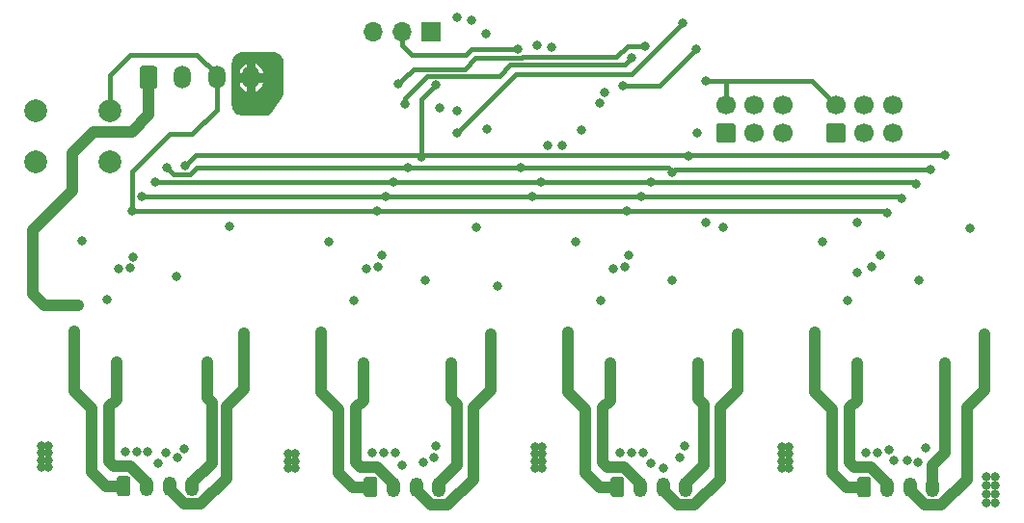
<source format=gbr>
G04 #@! TF.GenerationSoftware,KiCad,Pcbnew,(5.1.5)-3*
G04 #@! TF.CreationDate,2019-12-18T01:06:06+01:00*
G04 #@! TF.ProjectId,CarteMoteur,43617274-654d-46f7-9465-75722e6b6963,rev?*
G04 #@! TF.SameCoordinates,Original*
G04 #@! TF.FileFunction,Copper,L4,Bot*
G04 #@! TF.FilePolarity,Positive*
%FSLAX46Y46*%
G04 Gerber Fmt 4.6, Leading zero omitted, Abs format (unit mm)*
G04 Created by KiCad (PCBNEW (5.1.5)-3) date 2019-12-18 01:06:06*
%MOMM*%
%LPD*%
G04 APERTURE LIST*
%ADD10C,1.700000*%
%ADD11C,0.100000*%
%ADD12C,2.000000*%
%ADD13O,1.700000X1.700000*%
%ADD14R,1.700000X1.700000*%
%ADD15O,1.500000X2.020000*%
%ADD16O,1.200000X1.750000*%
%ADD17C,0.800000*%
%ADD18C,1.000000*%
%ADD19C,0.400000*%
%ADD20C,0.254000*%
G04 APERTURE END LIST*
D10*
X164512000Y-36390000D03*
X162012000Y-36390000D03*
X159512000Y-36390000D03*
X164512000Y-38890000D03*
X162012000Y-38890000D03*
G04 #@! TA.AperFunction,ComponentPad*
D11*
G36*
X160136504Y-38041204D02*
G01*
X160160773Y-38044804D01*
X160184571Y-38050765D01*
X160207671Y-38059030D01*
X160229849Y-38069520D01*
X160250893Y-38082133D01*
X160270598Y-38096747D01*
X160288777Y-38113223D01*
X160305253Y-38131402D01*
X160319867Y-38151107D01*
X160332480Y-38172151D01*
X160342970Y-38194329D01*
X160351235Y-38217429D01*
X160357196Y-38241227D01*
X160360796Y-38265496D01*
X160362000Y-38290000D01*
X160362000Y-39490000D01*
X160360796Y-39514504D01*
X160357196Y-39538773D01*
X160351235Y-39562571D01*
X160342970Y-39585671D01*
X160332480Y-39607849D01*
X160319867Y-39628893D01*
X160305253Y-39648598D01*
X160288777Y-39666777D01*
X160270598Y-39683253D01*
X160250893Y-39697867D01*
X160229849Y-39710480D01*
X160207671Y-39720970D01*
X160184571Y-39729235D01*
X160160773Y-39735196D01*
X160136504Y-39738796D01*
X160112000Y-39740000D01*
X158912000Y-39740000D01*
X158887496Y-39738796D01*
X158863227Y-39735196D01*
X158839429Y-39729235D01*
X158816329Y-39720970D01*
X158794151Y-39710480D01*
X158773107Y-39697867D01*
X158753402Y-39683253D01*
X158735223Y-39666777D01*
X158718747Y-39648598D01*
X158704133Y-39628893D01*
X158691520Y-39607849D01*
X158681030Y-39585671D01*
X158672765Y-39562571D01*
X158666804Y-39538773D01*
X158663204Y-39514504D01*
X158662000Y-39490000D01*
X158662000Y-38290000D01*
X158663204Y-38265496D01*
X158666804Y-38241227D01*
X158672765Y-38217429D01*
X158681030Y-38194329D01*
X158691520Y-38172151D01*
X158704133Y-38151107D01*
X158718747Y-38131402D01*
X158735223Y-38113223D01*
X158753402Y-38096747D01*
X158773107Y-38082133D01*
X158794151Y-38069520D01*
X158816329Y-38059030D01*
X158839429Y-38050765D01*
X158863227Y-38044804D01*
X158887496Y-38041204D01*
X158912000Y-38040000D01*
X160112000Y-38040000D01*
X160136504Y-38041204D01*
G37*
G04 #@! TD.AperFunction*
D10*
X154860000Y-36390000D03*
X152360000Y-36390000D03*
X149860000Y-36390000D03*
X154860000Y-38890000D03*
X152360000Y-38890000D03*
G04 #@! TA.AperFunction,ComponentPad*
D11*
G36*
X150484504Y-38041204D02*
G01*
X150508773Y-38044804D01*
X150532571Y-38050765D01*
X150555671Y-38059030D01*
X150577849Y-38069520D01*
X150598893Y-38082133D01*
X150618598Y-38096747D01*
X150636777Y-38113223D01*
X150653253Y-38131402D01*
X150667867Y-38151107D01*
X150680480Y-38172151D01*
X150690970Y-38194329D01*
X150699235Y-38217429D01*
X150705196Y-38241227D01*
X150708796Y-38265496D01*
X150710000Y-38290000D01*
X150710000Y-39490000D01*
X150708796Y-39514504D01*
X150705196Y-39538773D01*
X150699235Y-39562571D01*
X150690970Y-39585671D01*
X150680480Y-39607849D01*
X150667867Y-39628893D01*
X150653253Y-39648598D01*
X150636777Y-39666777D01*
X150618598Y-39683253D01*
X150598893Y-39697867D01*
X150577849Y-39710480D01*
X150555671Y-39720970D01*
X150532571Y-39729235D01*
X150508773Y-39735196D01*
X150484504Y-39738796D01*
X150460000Y-39740000D01*
X149260000Y-39740000D01*
X149235496Y-39738796D01*
X149211227Y-39735196D01*
X149187429Y-39729235D01*
X149164329Y-39720970D01*
X149142151Y-39710480D01*
X149121107Y-39697867D01*
X149101402Y-39683253D01*
X149083223Y-39666777D01*
X149066747Y-39648598D01*
X149052133Y-39628893D01*
X149039520Y-39607849D01*
X149029030Y-39585671D01*
X149020765Y-39562571D01*
X149014804Y-39538773D01*
X149011204Y-39514504D01*
X149010000Y-39490000D01*
X149010000Y-38290000D01*
X149011204Y-38265496D01*
X149014804Y-38241227D01*
X149020765Y-38217429D01*
X149029030Y-38194329D01*
X149039520Y-38172151D01*
X149052133Y-38151107D01*
X149066747Y-38131402D01*
X149083223Y-38113223D01*
X149101402Y-38096747D01*
X149121107Y-38082133D01*
X149142151Y-38069520D01*
X149164329Y-38059030D01*
X149187429Y-38050765D01*
X149211227Y-38044804D01*
X149235496Y-38041204D01*
X149260000Y-38040000D01*
X150460000Y-38040000D01*
X150484504Y-38041204D01*
G37*
G04 #@! TD.AperFunction*
D12*
X95758000Y-36902000D03*
X95758000Y-41402000D03*
X89258000Y-36902000D03*
X89258000Y-41402000D03*
D13*
X118872000Y-29972000D03*
X121412000Y-29972000D03*
D14*
X123952000Y-29972000D03*
D15*
X108150000Y-34000000D03*
X105150000Y-34000000D03*
X102150000Y-34000000D03*
G04 #@! TA.AperFunction,ComponentPad*
D11*
G36*
X99674504Y-32991204D02*
G01*
X99698773Y-32994804D01*
X99722571Y-33000765D01*
X99745671Y-33009030D01*
X99767849Y-33019520D01*
X99788893Y-33032133D01*
X99808598Y-33046747D01*
X99826777Y-33063223D01*
X99843253Y-33081402D01*
X99857867Y-33101107D01*
X99870480Y-33122151D01*
X99880970Y-33144329D01*
X99889235Y-33167429D01*
X99895196Y-33191227D01*
X99898796Y-33215496D01*
X99900000Y-33240000D01*
X99900000Y-34760000D01*
X99898796Y-34784504D01*
X99895196Y-34808773D01*
X99889235Y-34832571D01*
X99880970Y-34855671D01*
X99870480Y-34877849D01*
X99857867Y-34898893D01*
X99843253Y-34918598D01*
X99826777Y-34936777D01*
X99808598Y-34953253D01*
X99788893Y-34967867D01*
X99767849Y-34980480D01*
X99745671Y-34990970D01*
X99722571Y-34999235D01*
X99698773Y-35005196D01*
X99674504Y-35008796D01*
X99650000Y-35010000D01*
X98650000Y-35010000D01*
X98625496Y-35008796D01*
X98601227Y-35005196D01*
X98577429Y-34999235D01*
X98554329Y-34990970D01*
X98532151Y-34980480D01*
X98511107Y-34967867D01*
X98491402Y-34953253D01*
X98473223Y-34936777D01*
X98456747Y-34918598D01*
X98442133Y-34898893D01*
X98429520Y-34877849D01*
X98419030Y-34855671D01*
X98410765Y-34832571D01*
X98404804Y-34808773D01*
X98401204Y-34784504D01*
X98400000Y-34760000D01*
X98400000Y-33240000D01*
X98401204Y-33215496D01*
X98404804Y-33191227D01*
X98410765Y-33167429D01*
X98419030Y-33144329D01*
X98429520Y-33122151D01*
X98442133Y-33101107D01*
X98456747Y-33081402D01*
X98473223Y-33063223D01*
X98491402Y-33046747D01*
X98511107Y-33032133D01*
X98532151Y-33019520D01*
X98554329Y-33009030D01*
X98577429Y-33000765D01*
X98601227Y-32994804D01*
X98625496Y-32991204D01*
X98650000Y-32990000D01*
X99650000Y-32990000D01*
X99674504Y-32991204D01*
G37*
G04 #@! TD.AperFunction*
D16*
X168000000Y-70000000D03*
X166000000Y-70000000D03*
X164000000Y-70000000D03*
G04 #@! TA.AperFunction,ComponentPad*
D11*
G36*
X162374505Y-69126204D02*
G01*
X162398773Y-69129804D01*
X162422572Y-69135765D01*
X162445671Y-69144030D01*
X162467850Y-69154520D01*
X162488893Y-69167132D01*
X162508599Y-69181747D01*
X162526777Y-69198223D01*
X162543253Y-69216401D01*
X162557868Y-69236107D01*
X162570480Y-69257150D01*
X162580970Y-69279329D01*
X162589235Y-69302428D01*
X162595196Y-69326227D01*
X162598796Y-69350495D01*
X162600000Y-69374999D01*
X162600000Y-70625001D01*
X162598796Y-70649505D01*
X162595196Y-70673773D01*
X162589235Y-70697572D01*
X162580970Y-70720671D01*
X162570480Y-70742850D01*
X162557868Y-70763893D01*
X162543253Y-70783599D01*
X162526777Y-70801777D01*
X162508599Y-70818253D01*
X162488893Y-70832868D01*
X162467850Y-70845480D01*
X162445671Y-70855970D01*
X162422572Y-70864235D01*
X162398773Y-70870196D01*
X162374505Y-70873796D01*
X162350001Y-70875000D01*
X161649999Y-70875000D01*
X161625495Y-70873796D01*
X161601227Y-70870196D01*
X161577428Y-70864235D01*
X161554329Y-70855970D01*
X161532150Y-70845480D01*
X161511107Y-70832868D01*
X161491401Y-70818253D01*
X161473223Y-70801777D01*
X161456747Y-70783599D01*
X161442132Y-70763893D01*
X161429520Y-70742850D01*
X161419030Y-70720671D01*
X161410765Y-70697572D01*
X161404804Y-70673773D01*
X161401204Y-70649505D01*
X161400000Y-70625001D01*
X161400000Y-69374999D01*
X161401204Y-69350495D01*
X161404804Y-69326227D01*
X161410765Y-69302428D01*
X161419030Y-69279329D01*
X161429520Y-69257150D01*
X161442132Y-69236107D01*
X161456747Y-69216401D01*
X161473223Y-69198223D01*
X161491401Y-69181747D01*
X161511107Y-69167132D01*
X161532150Y-69154520D01*
X161554329Y-69144030D01*
X161577428Y-69135765D01*
X161601227Y-69129804D01*
X161625495Y-69126204D01*
X161649999Y-69125000D01*
X162350001Y-69125000D01*
X162374505Y-69126204D01*
G37*
G04 #@! TD.AperFunction*
D16*
X146328000Y-70000000D03*
X144328000Y-70000000D03*
X142328000Y-70000000D03*
G04 #@! TA.AperFunction,ComponentPad*
D11*
G36*
X140702505Y-69126204D02*
G01*
X140726773Y-69129804D01*
X140750572Y-69135765D01*
X140773671Y-69144030D01*
X140795850Y-69154520D01*
X140816893Y-69167132D01*
X140836599Y-69181747D01*
X140854777Y-69198223D01*
X140871253Y-69216401D01*
X140885868Y-69236107D01*
X140898480Y-69257150D01*
X140908970Y-69279329D01*
X140917235Y-69302428D01*
X140923196Y-69326227D01*
X140926796Y-69350495D01*
X140928000Y-69374999D01*
X140928000Y-70625001D01*
X140926796Y-70649505D01*
X140923196Y-70673773D01*
X140917235Y-70697572D01*
X140908970Y-70720671D01*
X140898480Y-70742850D01*
X140885868Y-70763893D01*
X140871253Y-70783599D01*
X140854777Y-70801777D01*
X140836599Y-70818253D01*
X140816893Y-70832868D01*
X140795850Y-70845480D01*
X140773671Y-70855970D01*
X140750572Y-70864235D01*
X140726773Y-70870196D01*
X140702505Y-70873796D01*
X140678001Y-70875000D01*
X139977999Y-70875000D01*
X139953495Y-70873796D01*
X139929227Y-70870196D01*
X139905428Y-70864235D01*
X139882329Y-70855970D01*
X139860150Y-70845480D01*
X139839107Y-70832868D01*
X139819401Y-70818253D01*
X139801223Y-70801777D01*
X139784747Y-70783599D01*
X139770132Y-70763893D01*
X139757520Y-70742850D01*
X139747030Y-70720671D01*
X139738765Y-70697572D01*
X139732804Y-70673773D01*
X139729204Y-70649505D01*
X139728000Y-70625001D01*
X139728000Y-69374999D01*
X139729204Y-69350495D01*
X139732804Y-69326227D01*
X139738765Y-69302428D01*
X139747030Y-69279329D01*
X139757520Y-69257150D01*
X139770132Y-69236107D01*
X139784747Y-69216401D01*
X139801223Y-69198223D01*
X139819401Y-69181747D01*
X139839107Y-69167132D01*
X139860150Y-69154520D01*
X139882329Y-69144030D01*
X139905428Y-69135765D01*
X139929227Y-69129804D01*
X139953495Y-69126204D01*
X139977999Y-69125000D01*
X140678001Y-69125000D01*
X140702505Y-69126204D01*
G37*
G04 #@! TD.AperFunction*
D16*
X124656000Y-70000000D03*
X122656000Y-70000000D03*
X120656000Y-70000000D03*
G04 #@! TA.AperFunction,ComponentPad*
D11*
G36*
X119030505Y-69126204D02*
G01*
X119054773Y-69129804D01*
X119078572Y-69135765D01*
X119101671Y-69144030D01*
X119123850Y-69154520D01*
X119144893Y-69167132D01*
X119164599Y-69181747D01*
X119182777Y-69198223D01*
X119199253Y-69216401D01*
X119213868Y-69236107D01*
X119226480Y-69257150D01*
X119236970Y-69279329D01*
X119245235Y-69302428D01*
X119251196Y-69326227D01*
X119254796Y-69350495D01*
X119256000Y-69374999D01*
X119256000Y-70625001D01*
X119254796Y-70649505D01*
X119251196Y-70673773D01*
X119245235Y-70697572D01*
X119236970Y-70720671D01*
X119226480Y-70742850D01*
X119213868Y-70763893D01*
X119199253Y-70783599D01*
X119182777Y-70801777D01*
X119164599Y-70818253D01*
X119144893Y-70832868D01*
X119123850Y-70845480D01*
X119101671Y-70855970D01*
X119078572Y-70864235D01*
X119054773Y-70870196D01*
X119030505Y-70873796D01*
X119006001Y-70875000D01*
X118305999Y-70875000D01*
X118281495Y-70873796D01*
X118257227Y-70870196D01*
X118233428Y-70864235D01*
X118210329Y-70855970D01*
X118188150Y-70845480D01*
X118167107Y-70832868D01*
X118147401Y-70818253D01*
X118129223Y-70801777D01*
X118112747Y-70783599D01*
X118098132Y-70763893D01*
X118085520Y-70742850D01*
X118075030Y-70720671D01*
X118066765Y-70697572D01*
X118060804Y-70673773D01*
X118057204Y-70649505D01*
X118056000Y-70625001D01*
X118056000Y-69374999D01*
X118057204Y-69350495D01*
X118060804Y-69326227D01*
X118066765Y-69302428D01*
X118075030Y-69279329D01*
X118085520Y-69257150D01*
X118098132Y-69236107D01*
X118112747Y-69216401D01*
X118129223Y-69198223D01*
X118147401Y-69181747D01*
X118167107Y-69167132D01*
X118188150Y-69154520D01*
X118210329Y-69144030D01*
X118233428Y-69135765D01*
X118257227Y-69129804D01*
X118281495Y-69126204D01*
X118305999Y-69125000D01*
X119006001Y-69125000D01*
X119030505Y-69126204D01*
G37*
G04 #@! TD.AperFunction*
D16*
X102984000Y-69926000D03*
X100984000Y-69926000D03*
X98984000Y-69926000D03*
G04 #@! TA.AperFunction,ComponentPad*
D11*
G36*
X97358505Y-69052204D02*
G01*
X97382773Y-69055804D01*
X97406572Y-69061765D01*
X97429671Y-69070030D01*
X97451850Y-69080520D01*
X97472893Y-69093132D01*
X97492599Y-69107747D01*
X97510777Y-69124223D01*
X97527253Y-69142401D01*
X97541868Y-69162107D01*
X97554480Y-69183150D01*
X97564970Y-69205329D01*
X97573235Y-69228428D01*
X97579196Y-69252227D01*
X97582796Y-69276495D01*
X97584000Y-69300999D01*
X97584000Y-70551001D01*
X97582796Y-70575505D01*
X97579196Y-70599773D01*
X97573235Y-70623572D01*
X97564970Y-70646671D01*
X97554480Y-70668850D01*
X97541868Y-70689893D01*
X97527253Y-70709599D01*
X97510777Y-70727777D01*
X97492599Y-70744253D01*
X97472893Y-70758868D01*
X97451850Y-70771480D01*
X97429671Y-70781970D01*
X97406572Y-70790235D01*
X97382773Y-70796196D01*
X97358505Y-70799796D01*
X97334001Y-70801000D01*
X96633999Y-70801000D01*
X96609495Y-70799796D01*
X96585227Y-70796196D01*
X96561428Y-70790235D01*
X96538329Y-70781970D01*
X96516150Y-70771480D01*
X96495107Y-70758868D01*
X96475401Y-70744253D01*
X96457223Y-70727777D01*
X96440747Y-70709599D01*
X96426132Y-70689893D01*
X96413520Y-70668850D01*
X96403030Y-70646671D01*
X96394765Y-70623572D01*
X96388804Y-70599773D01*
X96385204Y-70575505D01*
X96384000Y-70551001D01*
X96384000Y-69300999D01*
X96385204Y-69276495D01*
X96388804Y-69252227D01*
X96394765Y-69228428D01*
X96403030Y-69205329D01*
X96413520Y-69183150D01*
X96426132Y-69162107D01*
X96440747Y-69142401D01*
X96457223Y-69124223D01*
X96475401Y-69107747D01*
X96495107Y-69093132D01*
X96516150Y-69080520D01*
X96538329Y-69070030D01*
X96561428Y-69061765D01*
X96585227Y-69055804D01*
X96609495Y-69052204D01*
X96633999Y-69051000D01*
X97334001Y-69051000D01*
X97358505Y-69052204D01*
G37*
G04 #@! TD.AperFunction*
D17*
X93000000Y-54000000D03*
X92000000Y-54000000D03*
X91000000Y-54000000D03*
X90000000Y-54000000D03*
X89000000Y-53000000D03*
X89000000Y-52000000D03*
X93301000Y-48336000D03*
X106255000Y-47066000D03*
X95510010Y-53543000D03*
X89745000Y-66370000D03*
X90380000Y-66370000D03*
X90380000Y-67005000D03*
X89745000Y-67005000D03*
X89745000Y-67640000D03*
X90380000Y-67640000D03*
X90380000Y-68275000D03*
X89745000Y-68275000D03*
X114973000Y-48410000D03*
X127927000Y-47140000D03*
X117182010Y-53617000D03*
X111417000Y-67714000D03*
X112052000Y-67714000D03*
X112052000Y-68349000D03*
X111417000Y-68349000D03*
X123482000Y-51839000D03*
X136645000Y-48410000D03*
X149599000Y-47140000D03*
X138854010Y-53617000D03*
X133089000Y-66444000D03*
X133724000Y-66444000D03*
X133724000Y-67079000D03*
X133089000Y-67079000D03*
X133089000Y-67714000D03*
X133724000Y-67714000D03*
X133724000Y-68349000D03*
X133089000Y-68349000D03*
X160526010Y-53617000D03*
X154761000Y-66444000D03*
X155396000Y-66444000D03*
X155396000Y-67079000D03*
X154761000Y-67079000D03*
X154761000Y-67714000D03*
X155396000Y-67714000D03*
X155396000Y-68349000D03*
X154761000Y-68349000D03*
X166826000Y-51839000D03*
X172720000Y-69088000D03*
X173482000Y-69088000D03*
X172720000Y-69850000D03*
X173482000Y-69850000D03*
X172720000Y-70612000D03*
X173482000Y-70612000D03*
X173482000Y-71374000D03*
X172720000Y-71374000D03*
X137160000Y-38608000D03*
X158317000Y-48410000D03*
X99992289Y-67915022D03*
X121440843Y-68104828D03*
X143303652Y-67949348D03*
X145122990Y-51839000D03*
X164607330Y-67652990D03*
X171250000Y-47250000D03*
X112052000Y-67079000D03*
X111417000Y-67079000D03*
X109728000Y-32512000D03*
X109728000Y-33020000D03*
X109728000Y-35052000D03*
X109728000Y-35560000D03*
X109728000Y-36068000D03*
X110236000Y-35560000D03*
X110236000Y-35052000D03*
X110236000Y-34544000D03*
X110236000Y-34036000D03*
X110236000Y-33528000D03*
X110236000Y-33020000D03*
X110236000Y-32512000D03*
X109220000Y-35560000D03*
X107696000Y-36068000D03*
X108204000Y-36068000D03*
X108712000Y-36068000D03*
X109220000Y-36068000D03*
X107696000Y-36576000D03*
X108204000Y-36576000D03*
X108712000Y-36576000D03*
X109220000Y-36576000D03*
X107188000Y-36068000D03*
X109728000Y-33528000D03*
X109728000Y-34036000D03*
X109728000Y-34544000D03*
X101593625Y-51493072D03*
X128798967Y-30195431D03*
X97746000Y-45720022D03*
X119679583Y-49619040D03*
X141351583Y-49619040D03*
X141116985Y-45720000D03*
X163423582Y-49619040D03*
X97794666Y-49799933D03*
X119260002Y-45750000D03*
X163999693Y-45919693D03*
X148082000Y-34290000D03*
X142748000Y-31241978D03*
X121119990Y-34544000D03*
X147320000Y-38862000D03*
X99710010Y-43180000D03*
X141598000Y-66952000D03*
X120690989Y-43222881D03*
X133604000Y-43180000D03*
X98099540Y-66875592D03*
X119828282Y-66949582D03*
X163183258Y-66964941D03*
X143256000Y-43180000D03*
X166539693Y-43379693D03*
X98594676Y-44450000D03*
X140582000Y-66952000D03*
X120009758Y-44450000D03*
X142433312Y-44450000D03*
X132842000Y-44450000D03*
X97099532Y-66878290D03*
X118828274Y-66952215D03*
X162183340Y-66951200D03*
X165269697Y-44649689D03*
X121919978Y-41910000D03*
X142614000Y-66952000D03*
X99099324Y-66896917D03*
X100725782Y-41913167D03*
X131800510Y-41910000D03*
X120827988Y-66974322D03*
X164161585Y-66757817D03*
X167809693Y-42109693D03*
X145170473Y-42322073D03*
X124360428Y-66437364D03*
X146196011Y-66381291D03*
X123107755Y-41021000D03*
X167438882Y-66564417D03*
X102323990Y-66635141D03*
X102393635Y-41737750D03*
X169079693Y-40839693D03*
X146558000Y-40894001D03*
X124375872Y-34655016D03*
X101728536Y-67438535D03*
X133293419Y-31203990D03*
X97540711Y-50767162D03*
X127508000Y-28956014D03*
X96504555Y-50825211D03*
X126238000Y-28702010D03*
X104305010Y-60909000D03*
X104305010Y-59639000D03*
X104305010Y-60274000D03*
X104305010Y-59004000D03*
X104305010Y-61544000D03*
X104305010Y-62179000D03*
X107525000Y-56464000D03*
X107525000Y-57099000D03*
X107525000Y-57734000D03*
X107525000Y-58369000D03*
X107525000Y-59004000D03*
X107525000Y-59639000D03*
X107525000Y-60274000D03*
X96349000Y-59004000D03*
X96349000Y-59639000D03*
X96349000Y-60274000D03*
X96349000Y-60909000D03*
X96349000Y-61544000D03*
X96349000Y-62179000D03*
X92666000Y-56337000D03*
X92666000Y-56972000D03*
X92666000Y-57607000D03*
X92666000Y-58242000D03*
X92666000Y-58877000D03*
X92666000Y-59512000D03*
X125768000Y-59078000D03*
X125768000Y-59713000D03*
X125768000Y-60348000D03*
X125768000Y-60983000D03*
X125768000Y-61618000D03*
X125768000Y-62253000D03*
X129197000Y-56538000D03*
X129197000Y-57173000D03*
X129197000Y-57808000D03*
X129197000Y-58443000D03*
X129197000Y-59078000D03*
X129197000Y-59713000D03*
X129197000Y-60348000D03*
X118021000Y-59078000D03*
X118021000Y-59713000D03*
X118021000Y-60348000D03*
X118021000Y-60983000D03*
X118021000Y-61618000D03*
X118021000Y-62253000D03*
X114338000Y-56411000D03*
X114338000Y-57046000D03*
X114338000Y-57681000D03*
X114338000Y-58316000D03*
X114338000Y-58951000D03*
X114338000Y-59586000D03*
X147440000Y-62253000D03*
X147440000Y-61618000D03*
X147440000Y-60983000D03*
X147440000Y-59078000D03*
X147440000Y-60348000D03*
X147440000Y-59713000D03*
X150869000Y-56538000D03*
X150869000Y-57173000D03*
X150869000Y-57808000D03*
X150869000Y-58443000D03*
X150869000Y-59078000D03*
X150869000Y-59713000D03*
X150869000Y-60348000D03*
X139693000Y-59078000D03*
X139693000Y-59713000D03*
X139693000Y-60348000D03*
X139693000Y-60983000D03*
X139693000Y-61618000D03*
X139693000Y-62253000D03*
X136010000Y-56411000D03*
X136010000Y-57046000D03*
X136010000Y-57681000D03*
X136010000Y-58316000D03*
X136010000Y-58951000D03*
X136010000Y-59586000D03*
X169112000Y-59078000D03*
X169112000Y-59713000D03*
X169112000Y-60348000D03*
X169112000Y-60983000D03*
X169112000Y-61618000D03*
X169112000Y-62253000D03*
X172541000Y-56538000D03*
X172541000Y-57173000D03*
X172541000Y-57808000D03*
X172541000Y-58443000D03*
X172541000Y-59078000D03*
X172541000Y-59713000D03*
X172541000Y-60348000D03*
X161365000Y-59078000D03*
X161365000Y-59713000D03*
X161365000Y-60348000D03*
X161365000Y-60983000D03*
X161365000Y-61618000D03*
X161365000Y-62253000D03*
X157682000Y-56411000D03*
X157682000Y-57046000D03*
X157682000Y-57681000D03*
X157682000Y-58316000D03*
X157682000Y-58951000D03*
X157682000Y-59586000D03*
X129794000Y-52324000D03*
X123286844Y-67830924D03*
X119279572Y-50672957D03*
X126238000Y-36957000D03*
X118275000Y-50823000D03*
X124734445Y-36708561D03*
X145796000Y-67437000D03*
X138798214Y-36225215D03*
X140951572Y-50672957D03*
X135509000Y-40005000D03*
X139947000Y-50823000D03*
X134239000Y-40005000D03*
X166751000Y-67818000D03*
X140808435Y-34751820D03*
X147234989Y-31526375D03*
X162623572Y-50672957D03*
X141588149Y-32263237D03*
X121672714Y-36365673D03*
X161417000Y-51181000D03*
X161394715Y-46766806D03*
X126238000Y-38862000D03*
X146050000Y-29210000D03*
X165761039Y-67676577D03*
X139192000Y-35306000D03*
X148082014Y-46736000D03*
X144399000Y-68326000D03*
X124206049Y-67430913D03*
X128849998Y-38540000D03*
X100699336Y-66975036D03*
X134533884Y-31382045D03*
X131572000Y-31496000D03*
D18*
X89000000Y-53000000D02*
X90000000Y-54000000D01*
X90000000Y-54000000D02*
X93000000Y-54000000D01*
X89000000Y-49000000D02*
X89000000Y-53000000D01*
X89000000Y-47453000D02*
X89000000Y-49000000D01*
X99150000Y-34000000D02*
X99150000Y-37303000D01*
X99150000Y-37303000D02*
X97690500Y-38762500D01*
X97690500Y-38762500D02*
X94309502Y-38762500D01*
X94309502Y-38762500D02*
X92456000Y-40616002D01*
X92456000Y-40616002D02*
X92456000Y-43997000D01*
X92456000Y-43997000D02*
X89000000Y-47453000D01*
D19*
X141082000Y-45685015D02*
X141116985Y-45720000D01*
X105150000Y-36850000D02*
X105150000Y-34000000D01*
X103000000Y-39000000D02*
X105150000Y-36850000D01*
X101000000Y-39000000D02*
X103000000Y-39000000D01*
X97746000Y-42254000D02*
X101000000Y-39000000D01*
X97746000Y-45720022D02*
X97746000Y-42254000D01*
X141116985Y-45720000D02*
X119290002Y-45720000D01*
X97746000Y-45720022D02*
X119230024Y-45720022D01*
X119290002Y-45720000D02*
X119260002Y-45750000D01*
X119230024Y-45720022D02*
X119260002Y-45750000D01*
X141116985Y-45720000D02*
X163800000Y-45720000D01*
X163800000Y-45720000D02*
X163999693Y-45919693D01*
X105150000Y-33740000D02*
X105150000Y-34000000D01*
X103414000Y-32004000D02*
X105150000Y-33740000D01*
X97536000Y-32004000D02*
X103414000Y-32004000D01*
X95758000Y-33782000D02*
X97536000Y-32004000D01*
X95758000Y-36902000D02*
X95758000Y-33782000D01*
X157412000Y-34290000D02*
X159512000Y-36390000D01*
X149860000Y-34290000D02*
X149860000Y-36390000D01*
X148082000Y-34290000D02*
X149860000Y-34290000D01*
X149860000Y-34290000D02*
X157412000Y-34290000D01*
X131956002Y-32296002D02*
X127882398Y-32296002D01*
X142748000Y-31241978D02*
X141224022Y-31241978D01*
X122408995Y-33254995D02*
X121519989Y-34144001D01*
X121519989Y-34144001D02*
X121119990Y-34544000D01*
X126923405Y-33254995D02*
X122408995Y-33254995D01*
X132041804Y-32210200D02*
X131956002Y-32296002D01*
X127882398Y-32296002D02*
X126923405Y-33254995D01*
X140255800Y-32210200D02*
X132041804Y-32210200D01*
X141224022Y-31241978D02*
X140255800Y-32210200D01*
X99710010Y-43180000D02*
X133604000Y-43180000D01*
X133604000Y-43180000D02*
X143256000Y-43180000D01*
X143256000Y-43180000D02*
X166340000Y-43180000D01*
X166340000Y-43180000D02*
X166539693Y-43379693D01*
X120009758Y-44450000D02*
X98594676Y-44450000D01*
X142433312Y-44450000D02*
X132842000Y-44450000D01*
X132842000Y-44450000D02*
X120009758Y-44450000D01*
X165070008Y-44450000D02*
X165269697Y-44649689D01*
X142433312Y-44450000D02*
X165070008Y-44450000D01*
X102777636Y-42537751D02*
X103405387Y-41910000D01*
X101350366Y-42537751D02*
X102777636Y-42537751D01*
X131234825Y-41910000D02*
X131800510Y-41910000D01*
X100725782Y-41913167D02*
X101350366Y-42537751D01*
X103405387Y-41910000D02*
X131234825Y-41910000D01*
X144770474Y-41922074D02*
X145170473Y-42322073D01*
X144758400Y-41910000D02*
X144770474Y-41922074D01*
X131800510Y-41910000D02*
X144758400Y-41910000D01*
X145382853Y-42109693D02*
X145170473Y-42322073D01*
X167809693Y-42109693D02*
X145382853Y-42109693D01*
X103291692Y-40839693D02*
X168514008Y-40839693D01*
X168514008Y-40839693D02*
X169079693Y-40839693D01*
X102393635Y-41737750D02*
X103291692Y-40839693D01*
X123975873Y-35055015D02*
X124375872Y-34655016D01*
X123107755Y-41021000D02*
X123107755Y-35923133D01*
X123107755Y-35923133D02*
X123975873Y-35055015D01*
D18*
X104305010Y-60274000D02*
X104305010Y-60909000D01*
X104305010Y-61544000D02*
X104305010Y-62179000D01*
X104305010Y-60909000D02*
X104305010Y-61544000D01*
X104305010Y-59004000D02*
X104305010Y-59639000D01*
X104305010Y-59639000D02*
X104305010Y-60274000D01*
X102984000Y-69926000D02*
X102984000Y-69651000D01*
X104705009Y-67929991D02*
X104705009Y-62578999D01*
X102984000Y-69651000D02*
X104705009Y-67929991D01*
X104705009Y-62578999D02*
X104305010Y-62179000D01*
X100984000Y-69926000D02*
X100984000Y-70201000D01*
X100984000Y-70201000D02*
X102284010Y-71501010D01*
X107525000Y-57099000D02*
X107525000Y-56464000D01*
X107525000Y-57734000D02*
X107525000Y-57099000D01*
X107525000Y-58369000D02*
X107525000Y-57734000D01*
X107525000Y-59004000D02*
X107525000Y-58369000D01*
X107525000Y-59639000D02*
X107525000Y-59004000D01*
X107525000Y-60274000D02*
X107525000Y-59639000D01*
X106001000Y-62941000D02*
X107525000Y-61417000D01*
X106001000Y-69266020D02*
X106001000Y-62941000D01*
X103766010Y-71501010D02*
X106001000Y-69266020D01*
X102284010Y-71501010D02*
X103766010Y-71501010D01*
X107525000Y-61417000D02*
X107525000Y-60274000D01*
X96349000Y-62052000D02*
X96349000Y-62179000D01*
X96349000Y-62052000D02*
X96349000Y-61544000D01*
X96349000Y-59639000D02*
X96349000Y-59004000D01*
X96349000Y-60274000D02*
X96349000Y-59639000D01*
X96349000Y-60909000D02*
X96349000Y-60274000D01*
X96349000Y-61544000D02*
X96349000Y-60909000D01*
X96349000Y-62306000D02*
X96349000Y-62179000D01*
X98984000Y-69926000D02*
X98984000Y-69607480D01*
X98984000Y-69607480D02*
X97524520Y-68148000D01*
X97524520Y-68148000D02*
X96095000Y-68148000D01*
X96095000Y-68148000D02*
X95714000Y-67767000D01*
X95714000Y-67767000D02*
X95714000Y-62941000D01*
X95714000Y-62941000D02*
X96349000Y-62306000D01*
X92666000Y-56972000D02*
X92666000Y-56337000D01*
X92666000Y-57607000D02*
X92666000Y-56972000D01*
X92666000Y-58242000D02*
X92666000Y-57607000D01*
X92666000Y-58877000D02*
X92666000Y-58242000D01*
X92666000Y-59512000D02*
X92666000Y-58877000D01*
X92666000Y-60147000D02*
X92666000Y-59512000D01*
X92666000Y-61607000D02*
X92666000Y-60147000D01*
X94190000Y-63131000D02*
X92666000Y-61607000D01*
X94190000Y-68656000D02*
X94190000Y-63131000D01*
X96984000Y-69926000D02*
X95460000Y-69926000D01*
X95460000Y-69926000D02*
X94190000Y-68656000D01*
X125768000Y-59713000D02*
X125768000Y-59078000D01*
X125768000Y-60348000D02*
X125768000Y-59713000D01*
X125768000Y-60983000D02*
X125768000Y-60348000D01*
X125768000Y-61618000D02*
X125768000Y-60983000D01*
X125768000Y-62253000D02*
X125768000Y-61618000D01*
X126167999Y-62652999D02*
X125768000Y-62253000D01*
X126256000Y-62741000D02*
X126167999Y-62652999D01*
X126256000Y-68125000D02*
X126256000Y-62741000D01*
X124656000Y-70000000D02*
X124656000Y-69725000D01*
X124656000Y-69725000D02*
X126256000Y-68125000D01*
X122656000Y-70000000D02*
X122656000Y-70275000D01*
X122656000Y-70275000D02*
X123956010Y-71575010D01*
X129197000Y-57173000D02*
X129197000Y-56538000D01*
X129197000Y-57808000D02*
X129197000Y-57173000D01*
X129197000Y-58443000D02*
X129197000Y-57808000D01*
X129197000Y-59078000D02*
X129197000Y-58443000D01*
X129197000Y-59713000D02*
X129197000Y-59078000D01*
X129197000Y-60348000D02*
X129197000Y-59713000D01*
X127673000Y-63015000D02*
X129197000Y-61491000D01*
X127673000Y-69340020D02*
X127673000Y-63015000D01*
X125438010Y-71575010D02*
X127673000Y-69340020D01*
X123956010Y-71575010D02*
X125438010Y-71575010D01*
X129197000Y-61491000D02*
X129197000Y-60348000D01*
X118021000Y-62126000D02*
X118021000Y-62253000D01*
X118021000Y-62126000D02*
X118021000Y-61618000D01*
X118021000Y-59713000D02*
X118021000Y-59078000D01*
X118021000Y-60348000D02*
X118021000Y-59713000D01*
X118021000Y-60983000D02*
X118021000Y-60348000D01*
X118021000Y-61618000D02*
X118021000Y-60983000D01*
X118021000Y-62380000D02*
X118021000Y-62253000D01*
X120656000Y-70000000D02*
X120656000Y-69681480D01*
X120656000Y-69681480D02*
X119196520Y-68222000D01*
X119196520Y-68222000D02*
X117767000Y-68222000D01*
X117767000Y-68222000D02*
X117386000Y-67841000D01*
X117386000Y-67841000D02*
X117386000Y-63015000D01*
X117386000Y-63015000D02*
X118021000Y-62380000D01*
X114338000Y-57046000D02*
X114338000Y-56411000D01*
X114338000Y-57681000D02*
X114338000Y-57046000D01*
X114338000Y-58316000D02*
X114338000Y-57681000D01*
X114338000Y-58951000D02*
X114338000Y-58316000D01*
X114338000Y-59586000D02*
X114338000Y-58951000D01*
X114338000Y-60221000D02*
X114338000Y-59586000D01*
X114338000Y-61681000D02*
X114338000Y-60221000D01*
X115862000Y-63205000D02*
X114338000Y-61681000D01*
X115862000Y-68730000D02*
X115862000Y-63205000D01*
X118656000Y-70000000D02*
X117132000Y-70000000D01*
X117132000Y-70000000D02*
X115862000Y-68730000D01*
X147440000Y-61618000D02*
X147440000Y-60983000D01*
X147440000Y-60983000D02*
X147440000Y-60348000D01*
X147440000Y-62253000D02*
X147440000Y-61618000D01*
X147440000Y-60348000D02*
X147440000Y-59713000D01*
X147440000Y-59713000D02*
X147440000Y-59078000D01*
X146328000Y-70000000D02*
X146328000Y-69725000D01*
X146328000Y-69725000D02*
X147928000Y-68125000D01*
X147839999Y-62652999D02*
X147440000Y-62253000D01*
X147928000Y-68125000D02*
X147928000Y-62741000D01*
X147928000Y-62741000D02*
X147839999Y-62652999D01*
X144328000Y-70000000D02*
X144328000Y-70275000D01*
X144328000Y-70275000D02*
X145628010Y-71575010D01*
X150869000Y-57173000D02*
X150869000Y-56538000D01*
X150869000Y-57808000D02*
X150869000Y-57173000D01*
X150869000Y-58443000D02*
X150869000Y-57808000D01*
X150869000Y-59078000D02*
X150869000Y-58443000D01*
X150869000Y-59713000D02*
X150869000Y-59078000D01*
X150869000Y-60348000D02*
X150869000Y-59713000D01*
X149345000Y-63015000D02*
X150869000Y-61491000D01*
X149345000Y-69340020D02*
X149345000Y-63015000D01*
X147110010Y-71575010D02*
X149345000Y-69340020D01*
X145628010Y-71575010D02*
X147110010Y-71575010D01*
X150869000Y-61491000D02*
X150869000Y-60348000D01*
X139693000Y-62126000D02*
X139693000Y-62253000D01*
X139693000Y-62126000D02*
X139693000Y-61618000D01*
X139693000Y-59713000D02*
X139693000Y-59078000D01*
X139693000Y-60348000D02*
X139693000Y-59713000D01*
X139693000Y-60983000D02*
X139693000Y-60348000D01*
X139693000Y-61618000D02*
X139693000Y-60983000D01*
X139693000Y-62380000D02*
X139693000Y-62253000D01*
X142328000Y-70000000D02*
X142328000Y-69681480D01*
X142328000Y-69681480D02*
X140868520Y-68222000D01*
X140868520Y-68222000D02*
X139439000Y-68222000D01*
X139439000Y-68222000D02*
X139058000Y-67841000D01*
X139058000Y-67841000D02*
X139058000Y-63015000D01*
X139058000Y-63015000D02*
X139693000Y-62380000D01*
X136010000Y-57046000D02*
X136010000Y-56411000D01*
X136010000Y-57681000D02*
X136010000Y-57046000D01*
X136010000Y-58316000D02*
X136010000Y-57681000D01*
X136010000Y-58951000D02*
X136010000Y-58316000D01*
X136010000Y-59586000D02*
X136010000Y-58951000D01*
X136010000Y-60221000D02*
X136010000Y-59586000D01*
X136010000Y-61681000D02*
X136010000Y-60221000D01*
X137534000Y-63205000D02*
X136010000Y-61681000D01*
X137534000Y-68730000D02*
X137534000Y-63205000D01*
X140328000Y-70000000D02*
X138804000Y-70000000D01*
X138804000Y-70000000D02*
X137534000Y-68730000D01*
X169112000Y-62888000D02*
X169112000Y-62253000D01*
X169112000Y-59713000D02*
X169112000Y-59078000D01*
X169112000Y-60348000D02*
X169112000Y-59713000D01*
X169112000Y-60983000D02*
X169112000Y-60348000D01*
X169112000Y-61618000D02*
X169112000Y-60983000D01*
X169112000Y-62253000D02*
X169112000Y-61618000D01*
X169112000Y-67013000D02*
X169112000Y-62888000D01*
X168000000Y-68125000D02*
X169112000Y-67013000D01*
X168000000Y-70000000D02*
X168000000Y-68125000D01*
X166000000Y-70000000D02*
X166000000Y-70275000D01*
X166000000Y-70275000D02*
X167300010Y-71575010D01*
X172541000Y-57173000D02*
X172541000Y-56538000D01*
X172541000Y-57808000D02*
X172541000Y-57173000D01*
X172541000Y-58443000D02*
X172541000Y-57808000D01*
X172541000Y-59078000D02*
X172541000Y-58443000D01*
X172541000Y-59713000D02*
X172541000Y-59078000D01*
X172541000Y-60348000D02*
X172541000Y-59713000D01*
X171017000Y-63015000D02*
X172541000Y-61491000D01*
X171017000Y-69340020D02*
X171017000Y-63015000D01*
X168782010Y-71575010D02*
X171017000Y-69340020D01*
X167300010Y-71575010D02*
X168782010Y-71575010D01*
X172541000Y-61491000D02*
X172541000Y-60348000D01*
X161365000Y-62126000D02*
X161365000Y-62253000D01*
X161365000Y-62126000D02*
X161365000Y-61618000D01*
X161365000Y-59713000D02*
X161365000Y-59078000D01*
X161365000Y-60348000D02*
X161365000Y-59713000D01*
X161365000Y-60983000D02*
X161365000Y-60348000D01*
X161365000Y-61618000D02*
X161365000Y-60983000D01*
X161365000Y-62380000D02*
X161365000Y-62253000D01*
X164000000Y-70000000D02*
X164000000Y-69681480D01*
X164000000Y-69681480D02*
X162540520Y-68222000D01*
X162540520Y-68222000D02*
X161111000Y-68222000D01*
X161111000Y-68222000D02*
X160730000Y-67841000D01*
X160730000Y-67841000D02*
X160730000Y-63015000D01*
X160730000Y-63015000D02*
X161365000Y-62380000D01*
X157682000Y-57046000D02*
X157682000Y-56411000D01*
X157682000Y-57681000D02*
X157682000Y-57046000D01*
X157682000Y-58316000D02*
X157682000Y-57681000D01*
X157682000Y-58951000D02*
X157682000Y-58316000D01*
X157682000Y-59586000D02*
X157682000Y-58951000D01*
X157682000Y-60221000D02*
X157682000Y-59586000D01*
X157682000Y-61681000D02*
X157682000Y-60221000D01*
X159206000Y-63205000D02*
X157682000Y-61681000D01*
X159206000Y-68730000D02*
X159206000Y-63205000D01*
X162000000Y-70000000D02*
X160476000Y-70000000D01*
X160476000Y-70000000D02*
X159206000Y-68730000D01*
D19*
X144009544Y-34751820D02*
X146834990Y-31926374D01*
X140808435Y-34751820D02*
X144009544Y-34751820D01*
X146834990Y-31926374D02*
X147234989Y-31526375D01*
X121672714Y-35799988D02*
X121672714Y-36365673D01*
X141588149Y-32263237D02*
X140955373Y-32896013D01*
X130939466Y-32896013D02*
X129980473Y-33855006D01*
X123617696Y-33855006D02*
X121672714Y-35799988D01*
X129980473Y-33855006D02*
X123617696Y-33855006D01*
X140955373Y-32896013D02*
X130939466Y-32896013D01*
X141547980Y-33712020D02*
X145650001Y-29609999D01*
X145650001Y-29609999D02*
X146050000Y-29210000D01*
X131387980Y-33712020D02*
X141547980Y-33712020D01*
X126238000Y-38862000D02*
X131387980Y-33712020D01*
X121412000Y-31174081D02*
X122241919Y-32004000D01*
X121412000Y-29972000D02*
X121412000Y-31174081D01*
X122241919Y-32004000D02*
X127000000Y-32004000D01*
X127000000Y-32004000D02*
X127508000Y-31496000D01*
X127508000Y-31496000D02*
X131572000Y-31496000D01*
D20*
G36*
X110168189Y-31894376D02*
G01*
X110331850Y-31944022D01*
X110482672Y-32024638D01*
X110614870Y-32133130D01*
X110723362Y-32265328D01*
X110803978Y-32416150D01*
X110853624Y-32579811D01*
X110871000Y-32756234D01*
X110871000Y-35232965D01*
X110851741Y-35418601D01*
X110796798Y-35590048D01*
X110704567Y-35752306D01*
X109927285Y-36840503D01*
X109814691Y-36970102D01*
X109684410Y-37072341D01*
X109537160Y-37148118D01*
X109378243Y-37194706D01*
X109207338Y-37211000D01*
X107432234Y-37211000D01*
X107255811Y-37193624D01*
X107092150Y-37143978D01*
X106941328Y-37063362D01*
X106809130Y-36954870D01*
X106700638Y-36822672D01*
X106620022Y-36671850D01*
X106570376Y-36508189D01*
X106553000Y-36331766D01*
X106553000Y-34456727D01*
X106991014Y-34456727D01*
X107051663Y-34679054D01*
X107154521Y-34885277D01*
X107295634Y-35067471D01*
X107469580Y-35218634D01*
X107669674Y-35332957D01*
X107701259Y-35348100D01*
X107877000Y-35294846D01*
X107877000Y-34273000D01*
X108423000Y-34273000D01*
X108423000Y-35294846D01*
X108598741Y-35348100D01*
X108630326Y-35332957D01*
X108830420Y-35218634D01*
X109004366Y-35067471D01*
X109145479Y-34885277D01*
X109248337Y-34679054D01*
X109308986Y-34456727D01*
X109218742Y-34273000D01*
X108423000Y-34273000D01*
X107877000Y-34273000D01*
X107081258Y-34273000D01*
X106991014Y-34456727D01*
X106553000Y-34456727D01*
X106553000Y-33543273D01*
X106991014Y-33543273D01*
X107081258Y-33727000D01*
X107877000Y-33727000D01*
X107877000Y-32705154D01*
X108423000Y-32705154D01*
X108423000Y-33727000D01*
X109218742Y-33727000D01*
X109308986Y-33543273D01*
X109248337Y-33320946D01*
X109145479Y-33114723D01*
X109004366Y-32932529D01*
X108830420Y-32781366D01*
X108630326Y-32667043D01*
X108598741Y-32651900D01*
X108423000Y-32705154D01*
X107877000Y-32705154D01*
X107701259Y-32651900D01*
X107669674Y-32667043D01*
X107469580Y-32781366D01*
X107295634Y-32932529D01*
X107154521Y-33114723D01*
X107051663Y-33320946D01*
X106991014Y-33543273D01*
X106553000Y-33543273D01*
X106553000Y-32756234D01*
X106570376Y-32579811D01*
X106620022Y-32416150D01*
X106700638Y-32265328D01*
X106809130Y-32133130D01*
X106941328Y-32024638D01*
X107092150Y-31944022D01*
X107255811Y-31894376D01*
X107432234Y-31877000D01*
X109991766Y-31877000D01*
X110168189Y-31894376D01*
G37*
X110168189Y-31894376D02*
X110331850Y-31944022D01*
X110482672Y-32024638D01*
X110614870Y-32133130D01*
X110723362Y-32265328D01*
X110803978Y-32416150D01*
X110853624Y-32579811D01*
X110871000Y-32756234D01*
X110871000Y-35232965D01*
X110851741Y-35418601D01*
X110796798Y-35590048D01*
X110704567Y-35752306D01*
X109927285Y-36840503D01*
X109814691Y-36970102D01*
X109684410Y-37072341D01*
X109537160Y-37148118D01*
X109378243Y-37194706D01*
X109207338Y-37211000D01*
X107432234Y-37211000D01*
X107255811Y-37193624D01*
X107092150Y-37143978D01*
X106941328Y-37063362D01*
X106809130Y-36954870D01*
X106700638Y-36822672D01*
X106620022Y-36671850D01*
X106570376Y-36508189D01*
X106553000Y-36331766D01*
X106553000Y-34456727D01*
X106991014Y-34456727D01*
X107051663Y-34679054D01*
X107154521Y-34885277D01*
X107295634Y-35067471D01*
X107469580Y-35218634D01*
X107669674Y-35332957D01*
X107701259Y-35348100D01*
X107877000Y-35294846D01*
X107877000Y-34273000D01*
X108423000Y-34273000D01*
X108423000Y-35294846D01*
X108598741Y-35348100D01*
X108630326Y-35332957D01*
X108830420Y-35218634D01*
X109004366Y-35067471D01*
X109145479Y-34885277D01*
X109248337Y-34679054D01*
X109308986Y-34456727D01*
X109218742Y-34273000D01*
X108423000Y-34273000D01*
X107877000Y-34273000D01*
X107081258Y-34273000D01*
X106991014Y-34456727D01*
X106553000Y-34456727D01*
X106553000Y-33543273D01*
X106991014Y-33543273D01*
X107081258Y-33727000D01*
X107877000Y-33727000D01*
X107877000Y-32705154D01*
X108423000Y-32705154D01*
X108423000Y-33727000D01*
X109218742Y-33727000D01*
X109308986Y-33543273D01*
X109248337Y-33320946D01*
X109145479Y-33114723D01*
X109004366Y-32932529D01*
X108830420Y-32781366D01*
X108630326Y-32667043D01*
X108598741Y-32651900D01*
X108423000Y-32705154D01*
X107877000Y-32705154D01*
X107701259Y-32651900D01*
X107669674Y-32667043D01*
X107469580Y-32781366D01*
X107295634Y-32932529D01*
X107154521Y-33114723D01*
X107051663Y-33320946D01*
X106991014Y-33543273D01*
X106553000Y-33543273D01*
X106553000Y-32756234D01*
X106570376Y-32579811D01*
X106620022Y-32416150D01*
X106700638Y-32265328D01*
X106809130Y-32133130D01*
X106941328Y-32024638D01*
X107092150Y-31944022D01*
X107255811Y-31894376D01*
X107432234Y-31877000D01*
X109991766Y-31877000D01*
X110168189Y-31894376D01*
M02*

</source>
